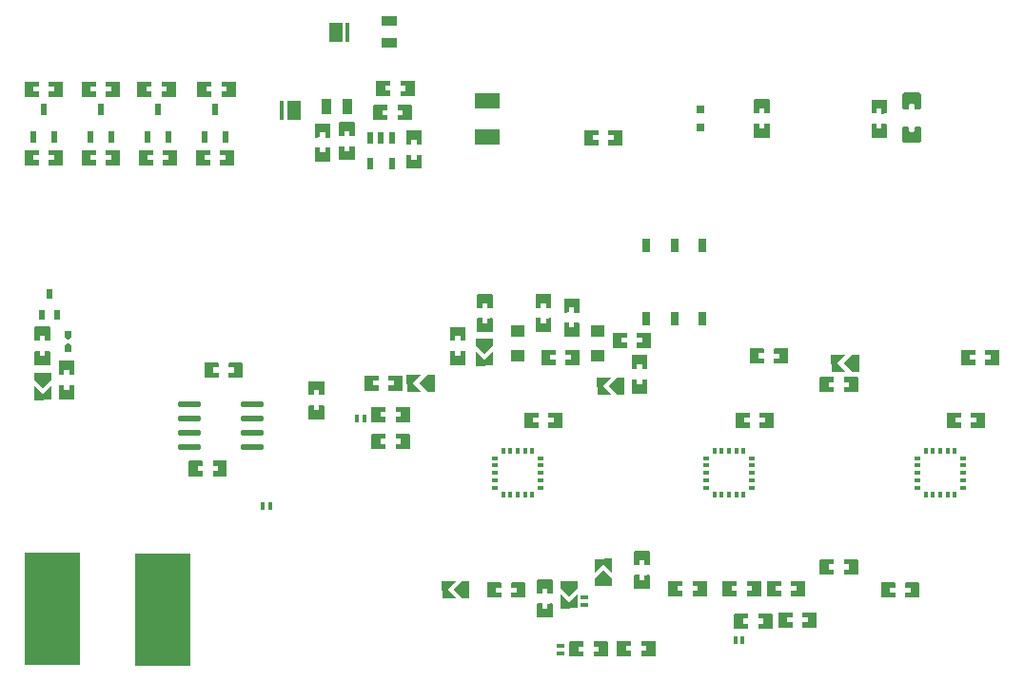
<source format=gtp>
G04 Layer: TopPasteMaskLayer*
G04 EasyEDA Pro v2.2.28.1, 2024-09-17 23:40:12*
G04 Gerber Generator version 0.3*
G04 Scale: 100 percent, Rotated: No, Reflected: No*
G04 Dimensions in millimeters*
G04 Leading zeros omitted, absolute positions, 3 integers and 5 decimals*
%FSLAX35Y35*%
%MOMM*%
%AMPolygonMacro1*4,1,5,0.63967,0.762,-0.63967,0.762,-0.63033,-0.762,0.63967,-0.762,-0.12233,0.0,0.63967,0.762,0*%
%AMPolygonMacro2*4,1,5,0.0635,0.762,0.6985,0.762,0.6985,-0.762,0.0635,-0.762,-0.6985,0.0,0.0635,0.762,0*%
%AMPolygonMacro3*4,1,5,-0.762,0.63967,-0.762,-0.63967,0.762,-0.63033,0.762,0.63967,0.0,-0.12233,-0.762,0.63967,0*%
%AMPolygonMacro4*4,1,5,-0.762,0.0635,-0.762,0.6985,0.762,0.6985,0.762,0.0635,0.0,-0.6985,-0.762,0.0635,0*%
%AMPolygonMacro5*4,1,5,0.762,-0.63967,0.762,0.63967,-0.762,0.63033,-0.762,-0.63967,0.0,0.12233,0.762,-0.63967,0*%
%AMPolygonMacro6*4,1,5,0.762,-0.0635,0.762,-0.6985,-0.762,-0.6985,-0.762,-0.0635,0.0,0.6985,0.762,-0.0635,0*%
%ADD10R,0.4X0.55001*%
%ADD11R,0.55001X0.4*%
%ADD12R,1.25001X1.0*%
%ADD13R,0.7X1.2*%
%ADD14O,2.045X0.58801*%
%ADD15R,0.8067X0.8*%
%ADD16R,0.8X0.8*%
%ADD17R,2.3X1.4*%
%ADD18R,0.4X0.7*%
%ADD19R,0.4X0.7*%
%ADD20R,0.7X0.4*%
%ADD21R,0.5X0.93599*%
%ADD22R,0.7X0.4*%
%ADD23R,5.0X10.0*%
%ADD24R,0.6X1.07*%
%ADD25R,1.1938X1.8034*%
%ADD26R,0.3302X1.651*%
%ADD27R,1.36X0.91*%
%ADD28R,1.1938X1.8034*%
%ADD29R,0.3302X1.651*%
%ADD30R,0.91X1.36*%
%ADD31R,0.52451X1.06982*%
%ADD32PolygonMacro1*%
%ADD33PolygonMacro2*%
%ADD34PolygonMacro3*%
%ADD35PolygonMacro4*%
%ADD36PolygonMacro5*%
%ADD37PolygonMacro6*%
G75*


G04 PolygonModel Start*
G36*
G01X4950899Y3305302D02*
G01X5078898Y3305302D01*
G01X5083899Y3300301D01*
G01X5083899Y3185300D01*
G01X5078898Y3180301D01*
G01X5037894Y3179798D01*
G01X5037894Y3224799D01*
G01X4992896Y3224799D01*
G01X4992896Y3180799D01*
G01X4950899Y3180301D01*
G01X4945898Y3185300D01*
G01X4945898Y3300301D01*
G01X4950899Y3305302D01*
G37*
G36*
G01X4950899Y3090301D02*
G01X4992896Y3090299D01*
G01X4992896Y3045800D01*
G01X5037894Y3045800D01*
G01X5037894Y3089798D01*
G01X5078898Y3090301D01*
G01X5083899Y3085300D01*
G01X5083899Y2970301D01*
G01X5078898Y2965300D01*
G01X4950899Y2965300D01*
G01X4945898Y2970301D01*
G01X4945898Y3085300D01*
G01X4950899Y3090301D01*
G37*
G36*
G01X4826500Y3004998D02*
G01X4698502Y3004998D01*
G01X4693501Y3009999D01*
G01X4693501Y3125000D01*
G01X4698502Y3129999D01*
G01X4739505Y3130502D01*
G01X4739505Y3085501D01*
G01X4784504Y3085501D01*
G01X4784504Y3129501D01*
G01X4826500Y3129999D01*
G01X4831502Y3125000D01*
G01X4831502Y3009999D01*
G01X4826500Y3004998D01*
G37*
G36*
G01X4826500Y3219999D02*
G01X4784504Y3220001D01*
G01X4784504Y3264499D01*
G01X4739505Y3264499D01*
G01X4739505Y3220502D01*
G01X4698502Y3219999D01*
G01X4693501Y3225000D01*
G01X4693501Y3339998D01*
G01X4698502Y3345000D01*
G01X4826500Y3345000D01*
G01X4831502Y3339998D01*
G01X4831502Y3225000D01*
G01X4826500Y3219999D01*
G37*
G36*
G01X8110101Y4988759D02*
G01X8076641Y4988759D01*
G01X8066641Y4998759D01*
G01X8066641Y5029250D01*
G01X8056641Y5039250D01*
G01X8021559Y5039250D01*
G01X8011559Y5029250D01*
G01X8011559Y4998759D01*
G01X8001559Y4988759D01*
G01X7968099Y4988759D01*
G01X7958099Y4998759D01*
G01X7958099Y5127258D01*
G01X7968099Y5137258D01*
G01X8110101Y5137258D01*
G01X8120101Y5127258D01*
G01X8120101Y4998759D01*
G01X8110101Y4988759D01*
G37*
G36*
G01X8110101Y4838757D02*
G01X8076641Y4838757D01*
G01X8066641Y4828757D01*
G01X8066641Y4798267D01*
G01X8056641Y4788267D01*
G01X8021559Y4788267D01*
G01X8011559Y4798267D01*
G01X8011559Y4828757D01*
G01X8001559Y4838757D01*
G01X7968099Y4838757D01*
G01X7958099Y4828757D01*
G01X7958099Y4700259D01*
G01X7968099Y4690259D01*
G01X8110101Y4690259D01*
G01X8120101Y4700259D01*
G01X8120101Y4828757D01*
G01X8110101Y4838757D01*
G37*
G36*
G01X3936500Y3052902D02*
G01X4064498Y3052902D01*
G01X4069499Y3047901D01*
G01X4069499Y2932900D01*
G01X4064498Y2927901D01*
G01X4023495Y2927398D01*
G01X4023495Y2972399D01*
G01X3978496Y2972399D01*
G01X3978496Y2928399D01*
G01X3936500Y2927901D01*
G01X3931498Y2932900D01*
G01X3931498Y3047901D01*
G01X3936500Y3052902D01*
G37*
G36*
G01X3936500Y2837901D02*
G01X3978496Y2837899D01*
G01X3978496Y2793401D01*
G01X4023495Y2793401D01*
G01X4023495Y2837398D01*
G01X4064498Y2837901D01*
G01X4069499Y2832900D01*
G01X4069499Y2717902D01*
G01X4064498Y2712900D01*
G01X3936500Y2712900D01*
G01X3931498Y2717902D01*
G01X3931498Y2832900D01*
G01X3936500Y2837901D01*
G37*
G36*
G01X3233598Y2209300D02*
G01X3233598Y2337298D01*
G01X3238599Y2342299D01*
G01X3353600Y2342299D01*
G01X3358599Y2337298D01*
G01X3359102Y2296295D01*
G01X3314101Y2296295D01*
G01X3314101Y2251296D01*
G01X3358101Y2251296D01*
G01X3358599Y2209300D01*
G01X3353600Y2204298D01*
G01X3238599Y2204298D01*
G01X3233598Y2209300D01*
G37*
G36*
G01X3448599Y2209300D02*
G01X3448601Y2251296D01*
G01X3493099Y2251296D01*
G01X3493099Y2296295D01*
G01X3449102Y2296295D01*
G01X3448599Y2337298D01*
G01X3453600Y2342299D01*
G01X3568598Y2342299D01*
G01X3573600Y2337298D01*
G01X3573600Y2209300D01*
G01X3568598Y2204298D01*
G01X3453600Y2204298D01*
G01X3448599Y2209300D01*
G37*
G36*
G01X3233598Y1968000D02*
G01X3233598Y2095998D01*
G01X3238599Y2100999D01*
G01X3353600Y2100999D01*
G01X3358599Y2095998D01*
G01X3359102Y2054995D01*
G01X3314101Y2054995D01*
G01X3314101Y2009996D01*
G01X3358101Y2009996D01*
G01X3358599Y1968000D01*
G01X3353600Y1962998D01*
G01X3238599Y1962998D01*
G01X3233598Y1968000D01*
G37*
G36*
G01X3448599Y1968000D02*
G01X3448601Y2009996D01*
G01X3493099Y2009996D01*
G01X3493099Y2054995D01*
G01X3449102Y2054995D01*
G01X3448599Y2095998D01*
G01X3453600Y2100999D01*
G01X3568598Y2100999D01*
G01X3573600Y2095998D01*
G01X3573600Y1968000D01*
G01X3568598Y1962998D01*
G01X3453600Y1962998D01*
G01X3448599Y1968000D01*
G37*
G36*
G01X4839200Y464998D02*
G01X4711202Y464998D01*
G01X4706201Y469999D01*
G01X4706201Y585000D01*
G01X4711202Y589999D01*
G01X4752205Y590502D01*
G01X4752205Y545501D01*
G01X4797204Y545501D01*
G01X4797204Y589501D01*
G01X4839200Y589999D01*
G01X4844202Y585000D01*
G01X4844202Y469999D01*
G01X4839200Y464998D01*
G37*
G36*
G01X4839200Y679999D02*
G01X4797204Y680001D01*
G01X4797204Y724499D01*
G01X4752205Y724499D01*
G01X4752205Y680502D01*
G01X4711202Y679999D01*
G01X4706201Y685000D01*
G01X4706201Y799998D01*
G01X4711202Y805000D01*
G01X4839200Y805000D01*
G01X4844202Y799998D01*
G01X4844202Y685000D01*
G01X4839200Y679999D01*
G37*
G36*
G01X5379898Y2869700D02*
G01X5379898Y2997698D01*
G01X5384899Y3002699D01*
G01X5499900Y3002699D01*
G01X5504899Y2997698D01*
G01X5505402Y2956695D01*
G01X5460401Y2956695D01*
G01X5460401Y2911696D01*
G01X5504401Y2911696D01*
G01X5504899Y2869700D01*
G01X5499900Y2864698D01*
G01X5384899Y2864698D01*
G01X5379898Y2869700D01*
G37*
G36*
G01X5594899Y2869700D02*
G01X5594901Y2911696D01*
G01X5639399Y2911696D01*
G01X5639399Y2956695D01*
G01X5595402Y2956695D01*
G01X5594899Y2997698D01*
G01X5599900Y3002699D01*
G01X5714898Y3002699D01*
G01X5719900Y2997698D01*
G01X5719900Y2869700D01*
G01X5714898Y2864698D01*
G01X5599900Y2864698D01*
G01X5594899Y2869700D01*
G37*
G36*
G01X4602302Y775200D02*
G01X4602302Y647202D01*
G01X4597301Y642201D01*
G01X4482300Y642201D01*
G01X4477301Y647202D01*
G01X4476798Y688205D01*
G01X4521799Y688205D01*
G01X4521799Y733204D01*
G01X4477799Y733204D01*
G01X4477301Y775200D01*
G01X4482300Y780202D01*
G01X4597301Y780202D01*
G01X4602302Y775200D01*
G37*
G36*
G01X4387301Y775200D02*
G01X4387299Y733204D01*
G01X4342801Y733204D01*
G01X4342801Y688205D01*
G01X4386798Y688205D01*
G01X4387301Y647202D01*
G01X4382300Y642201D01*
G01X4267302Y642201D01*
G01X4262300Y647202D01*
G01X4262300Y775200D01*
G01X4267302Y780202D01*
G01X4382300Y780202D01*
G01X4387301Y775200D01*
G37*
G36*
G01X2679200Y2570302D02*
G01X2807198Y2570302D01*
G01X2812199Y2565301D01*
G01X2812199Y2450300D01*
G01X2807198Y2445301D01*
G01X2766195Y2444798D01*
G01X2766195Y2489799D01*
G01X2721196Y2489799D01*
G01X2721196Y2445799D01*
G01X2679200Y2445301D01*
G01X2674198Y2450300D01*
G01X2674198Y2565301D01*
G01X2679200Y2570302D01*
G37*
G36*
G01X2679200Y2355301D02*
G01X2721196Y2355299D01*
G01X2721196Y2310801D01*
G01X2766195Y2310801D01*
G01X2766195Y2354798D01*
G01X2807198Y2355301D01*
G01X2812199Y2350300D01*
G01X2812199Y2235302D01*
G01X2807198Y2230300D01*
G01X2679200Y2230300D01*
G01X2674198Y2235302D01*
G01X2674198Y2350300D01*
G01X2679200Y2355301D01*
G37*
G36*
G01X1747698Y2603000D02*
G01X1747698Y2730998D01*
G01X1752699Y2735999D01*
G01X1867700Y2735999D01*
G01X1872699Y2730998D01*
G01X1873202Y2689995D01*
G01X1828201Y2689995D01*
G01X1828201Y2644996D01*
G01X1872201Y2644996D01*
G01X1872699Y2603000D01*
G01X1867700Y2597998D01*
G01X1752699Y2597998D01*
G01X1747698Y2603000D01*
G37*
G36*
G01X1962699Y2603000D02*
G01X1962701Y2644996D01*
G01X2007199Y2644996D01*
G01X2007199Y2689995D01*
G01X1963202Y2689995D01*
G01X1962699Y2730998D01*
G01X1967700Y2735999D01*
G01X2082698Y2735999D01*
G01X2087700Y2730998D01*
G01X2087700Y2603000D01*
G01X2082698Y2597998D01*
G01X1967700Y2597998D01*
G01X1962699Y2603000D01*
G37*
G36*
G01X6357798Y659900D02*
G01X6357798Y787898D01*
G01X6362799Y792899D01*
G01X6477800Y792899D01*
G01X6482799Y787898D01*
G01X6483302Y746895D01*
G01X6438301Y746895D01*
G01X6438301Y701896D01*
G01X6482301Y701896D01*
G01X6482799Y659900D01*
G01X6477800Y654898D01*
G01X6362799Y654898D01*
G01X6357798Y659900D01*
G37*
G36*
G01X6572799Y659900D02*
G01X6572801Y701896D01*
G01X6617299Y701896D01*
G01X6617299Y746895D01*
G01X6573302Y746895D01*
G01X6572799Y787898D01*
G01X6577800Y792899D01*
G01X6692798Y792899D01*
G01X6697800Y787898D01*
G01X6697800Y659900D01*
G01X6692798Y654898D01*
G01X6577800Y654898D01*
G01X6572799Y659900D01*
G37*
G36*
G01X7091502Y787900D02*
G01X7091502Y659902D01*
G01X7086501Y654901D01*
G01X6971500Y654901D01*
G01X6966501Y659902D01*
G01X6965998Y700905D01*
G01X7010999Y700905D01*
G01X7010999Y745904D01*
G01X6966999Y745904D01*
G01X6966501Y787900D01*
G01X6971500Y792902D01*
G01X7086501Y792902D01*
G01X7091502Y787900D01*
G37*
G36*
G01X6876501Y787900D02*
G01X6876499Y745904D01*
G01X6832001Y745904D01*
G01X6832001Y700905D01*
G01X6875998Y700905D01*
G01X6876501Y659902D01*
G01X6871500Y654901D01*
G01X6756502Y654901D01*
G01X6751500Y659902D01*
G01X6751500Y787900D01*
G01X6756502Y792902D01*
G01X6871500Y792902D01*
G01X6876501Y787900D01*
G37*
G36*
G01X7193102Y508500D02*
G01X7193102Y380502D01*
G01X7188101Y375501D01*
G01X7073100Y375501D01*
G01X7068101Y380502D01*
G01X7067598Y421505D01*
G01X7112599Y421505D01*
G01X7112599Y466504D01*
G01X7068599Y466504D01*
G01X7068101Y508500D01*
G01X7073100Y513502D01*
G01X7188101Y513502D01*
G01X7193102Y508500D01*
G37*
G36*
G01X6978101Y508500D02*
G01X6978099Y466504D01*
G01X6933601Y466504D01*
G01X6933601Y421505D01*
G01X6977598Y421505D01*
G01X6978101Y380502D01*
G01X6973100Y375501D01*
G01X6858102Y375501D01*
G01X6853100Y380502D01*
G01X6853100Y508500D01*
G01X6858102Y513502D01*
G01X6973100Y513502D01*
G01X6978101Y508500D01*
G37*
G36*
G01X5758002Y254500D02*
G01X5758002Y126502D01*
G01X5753001Y121501D01*
G01X5638000Y121501D01*
G01X5633001Y126502D01*
G01X5632498Y167505D01*
G01X5677499Y167505D01*
G01X5677499Y212504D01*
G01X5633499Y212504D01*
G01X5633001Y254500D01*
G01X5638000Y259502D01*
G01X5753001Y259502D01*
G01X5758002Y254500D01*
G37*
G36*
G01X5543001Y254500D02*
G01X5542999Y212504D01*
G01X5498501Y212504D01*
G01X5498501Y167505D01*
G01X5542498Y167505D01*
G01X5543001Y126502D01*
G01X5538000Y121501D01*
G01X5423002Y121501D01*
G01X5418000Y126502D01*
G01X5418000Y254500D01*
G01X5423002Y259502D01*
G01X5538000Y259502D01*
G01X5543001Y254500D01*
G37*
G36*
G01X3170098Y2488700D02*
G01X3170098Y2616698D01*
G01X3175099Y2621699D01*
G01X3290100Y2621699D01*
G01X3295099Y2616698D01*
G01X3295602Y2575695D01*
G01X3250601Y2575695D01*
G01X3250601Y2530696D01*
G01X3294601Y2530696D01*
G01X3295099Y2488700D01*
G01X3290100Y2483698D01*
G01X3175099Y2483698D01*
G01X3170098Y2488700D01*
G37*
G36*
G01X3385099Y2488700D02*
G01X3385101Y2530696D01*
G01X3429599Y2530696D01*
G01X3429599Y2575695D01*
G01X3385602Y2575695D01*
G01X3385099Y2616698D01*
G01X3390100Y2621699D01*
G01X3505098Y2621699D01*
G01X3510100Y2616698D01*
G01X3510100Y2488700D01*
G01X3505098Y2483698D01*
G01X3390100Y2483698D01*
G01X3385099Y2488700D01*
G37*
G36*
G01X5574800Y1059002D02*
G01X5702798Y1059002D01*
G01X5707799Y1054001D01*
G01X5707799Y939000D01*
G01X5702798Y934001D01*
G01X5661795Y933498D01*
G01X5661795Y978499D01*
G01X5616796Y978499D01*
G01X5616796Y934499D01*
G01X5574800Y934001D01*
G01X5569798Y939000D01*
G01X5569798Y1054001D01*
G01X5574800Y1059002D01*
G37*
G36*
G01X5574800Y844001D02*
G01X5616796Y843999D01*
G01X5616796Y799501D01*
G01X5661795Y799501D01*
G01X5661795Y843498D01*
G01X5702798Y844001D01*
G01X5707799Y839000D01*
G01X5707799Y724002D01*
G01X5702798Y719000D01*
G01X5574800Y719000D01*
G01X5569798Y724002D01*
G01X5569798Y839000D01*
G01X5574800Y844001D01*
G37*
G36*
G01X6215202Y787900D02*
G01X6215202Y659902D01*
G01X6210201Y654901D01*
G01X6095200Y654901D01*
G01X6090201Y659902D01*
G01X6089698Y700905D01*
G01X6134699Y700905D01*
G01X6134699Y745904D01*
G01X6090699Y745904D01*
G01X6090201Y787900D01*
G01X6095200Y792902D01*
G01X6210201Y792902D01*
G01X6215202Y787900D01*
G37*
G36*
G01X6000201Y787900D02*
G01X6000199Y745904D01*
G01X5955701Y745904D01*
G01X5955701Y700905D01*
G01X5999698Y700905D01*
G01X6000201Y659902D01*
G01X5995200Y654901D01*
G01X5880202Y654901D01*
G01X5875200Y659902D01*
G01X5875200Y787900D01*
G01X5880202Y792902D01*
G01X5995200Y792902D01*
G01X6000201Y787900D01*
G37*
G36*
G01X7221398Y850400D02*
G01X7221398Y978398D01*
G01X7226399Y983399D01*
G01X7341400Y983399D01*
G01X7346399Y978398D01*
G01X7346902Y937395D01*
G01X7301901Y937395D01*
G01X7301901Y892396D01*
G01X7345901Y892396D01*
G01X7346399Y850400D01*
G01X7341400Y845398D01*
G01X7226399Y845398D01*
G01X7221398Y850400D01*
G37*
G36*
G01X7436399Y850400D02*
G01X7436401Y892396D01*
G01X7480899Y892396D01*
G01X7480899Y937395D01*
G01X7436902Y937395D01*
G01X7436399Y978398D01*
G01X7441400Y983399D01*
G01X7556398Y983399D01*
G01X7561400Y978398D01*
G01X7561400Y850400D01*
G01X7556398Y845398D01*
G01X7441400Y845398D01*
G01X7436399Y850400D01*
G37*
G36*
G01X8107502Y775200D02*
G01X8107502Y647202D01*
G01X8102501Y642201D01*
G01X7987500Y642201D01*
G01X7982501Y647202D01*
G01X7981998Y688205D01*
G01X8026999Y688205D01*
G01X8026999Y733204D01*
G01X7982999Y733204D01*
G01X7982501Y775200D01*
G01X7987500Y780202D01*
G01X8102501Y780202D01*
G01X8107502Y775200D01*
G37*
G36*
G01X7892501Y775200D02*
G01X7892499Y733204D01*
G01X7848001Y733204D01*
G01X7848001Y688205D01*
G01X7891998Y688205D01*
G01X7892501Y647202D01*
G01X7887500Y642201D01*
G01X7772502Y642201D01*
G01X7767500Y647202D01*
G01X7767500Y775200D01*
G01X7772502Y780202D01*
G01X7887500Y780202D01*
G01X7892501Y775200D01*
G37*
G36*
G01X7684600Y5075559D02*
G01X7812598Y5075559D01*
G01X7817599Y5070558D01*
G01X7817599Y4955557D01*
G01X7812598Y4950558D01*
G01X7771595Y4950055D01*
G01X7771595Y4995056D01*
G01X7726596Y4995056D01*
G01X7726596Y4951056D01*
G01X7684600Y4950558D01*
G01X7679599Y4955557D01*
G01X7679599Y5070558D01*
G01X7684600Y5075559D01*
G37*
G36*
G01X7684600Y4860558D02*
G01X7726596Y4860555D01*
G01X7726596Y4816057D01*
G01X7771595Y4816057D01*
G01X7771595Y4860055D01*
G01X7812598Y4860558D01*
G01X7817599Y4855557D01*
G01X7817599Y4740558D01*
G01X7812598Y4735557D01*
G01X7684600Y4735557D01*
G01X7679599Y4740558D01*
G01X7679599Y4855557D01*
G01X7684600Y4860558D01*
G37*
G36*
G01X6641600Y5077159D02*
G01X6769598Y5077159D01*
G01X6774599Y5072158D01*
G01X6774599Y4957157D01*
G01X6769598Y4952158D01*
G01X6728595Y4951655D01*
G01X6728595Y4996656D01*
G01X6683596Y4996656D01*
G01X6683596Y4952656D01*
G01X6641600Y4952158D01*
G01X6636598Y4957157D01*
G01X6636598Y5072158D01*
G01X6641600Y5077159D01*
G37*
G36*
G01X6641600Y4862158D02*
G01X6683596Y4862156D01*
G01X6683596Y4817657D01*
G01X6728595Y4817657D01*
G01X6728595Y4861655D01*
G01X6769598Y4862158D01*
G01X6774599Y4857157D01*
G01X6774599Y4742158D01*
G01X6769598Y4737157D01*
G01X6641600Y4737157D01*
G01X6636598Y4742158D01*
G01X6636598Y4857157D01*
G01X6641600Y4862158D01*
G37*
G36*
G01X5125898Y4673100D02*
G01X5125898Y4801098D01*
G01X5130899Y4806099D01*
G01X5245900Y4806099D01*
G01X5250899Y4801098D01*
G01X5251402Y4760095D01*
G01X5206401Y4760095D01*
G01X5206401Y4715096D01*
G01X5250401Y4715096D01*
G01X5250899Y4673100D01*
G01X5245900Y4668098D01*
G01X5130899Y4668098D01*
G01X5125898Y4673100D01*
G37*
G36*
G01X5340899Y4673100D02*
G01X5340901Y4715096D01*
G01X5385399Y4715096D01*
G01X5385399Y4760095D01*
G01X5341402Y4760095D01*
G01X5340899Y4801098D01*
G01X5345900Y4806099D01*
G01X5460898Y4806099D01*
G01X5465900Y4801098D01*
G01X5465900Y4673100D01*
G01X5460898Y4668098D01*
G01X5345900Y4668098D01*
G01X5340899Y4673100D01*
G37*
G36*
G01X8351203Y2158500D02*
G01X8351203Y2286498D01*
G01X8356204Y2291499D01*
G01X8471205Y2291499D01*
G01X8476204Y2286498D01*
G01X8476706Y2245495D01*
G01X8431705Y2245495D01*
G01X8431705Y2200496D01*
G01X8475706Y2200496D01*
G01X8476204Y2158500D01*
G01X8471205Y2153498D01*
G01X8356204Y2153498D01*
G01X8351203Y2158500D01*
G37*
G36*
G01X8692198Y2286500D02*
G01X8692198Y2158502D01*
G01X8687196Y2153501D01*
G01X8572195Y2153501D01*
G01X8567196Y2158502D01*
G01X8566694Y2199505D01*
G01X8611695Y2199505D01*
G01X8611695Y2244504D01*
G01X8567694Y2244504D01*
G01X8567196Y2286500D01*
G01X8572195Y2291502D01*
G01X8687196Y2291502D01*
G01X8692198Y2286500D01*
G37*
G36*
G01X6598603Y2730000D02*
G01X6598603Y2857998D01*
G01X6603604Y2862999D01*
G01X6718605Y2862999D01*
G01X6723604Y2857998D01*
G01X6724106Y2816995D01*
G01X6679105Y2816995D01*
G01X6679105Y2771996D01*
G01X6723106Y2771996D01*
G01X6723604Y2730000D01*
G01X6718605Y2724998D01*
G01X6603604Y2724998D01*
G01X6598603Y2730000D01*
G37*
G36*
G01X6939598Y2858000D02*
G01X6939598Y2730002D01*
G01X6934596Y2725001D01*
G01X6819595Y2725001D01*
G01X6814596Y2730002D01*
G01X6814094Y2771005D01*
G01X6859095Y2771005D01*
G01X6859095Y2816004D01*
G01X6815094Y2816004D01*
G01X6814596Y2858000D01*
G01X6819595Y2863002D01*
G01X6934596Y2863002D01*
G01X6939598Y2858000D01*
G37*
G36*
G01X6471603Y2158500D02*
G01X6471603Y2286498D01*
G01X6476604Y2291499D01*
G01X6591605Y2291499D01*
G01X6596604Y2286498D01*
G01X6597106Y2245495D01*
G01X6552105Y2245495D01*
G01X6552105Y2200496D01*
G01X6596106Y2200496D01*
G01X6596604Y2158500D01*
G01X6591605Y2153498D01*
G01X6476604Y2153498D01*
G01X6471603Y2158500D01*
G37*
G36*
G01X6812598Y2286500D02*
G01X6812598Y2158502D01*
G01X6807596Y2153501D01*
G01X6692595Y2153501D01*
G01X6687596Y2158502D01*
G01X6687094Y2199505D01*
G01X6732095Y2199505D01*
G01X6732095Y2244504D01*
G01X6688094Y2244504D01*
G01X6687596Y2286500D01*
G01X6692595Y2291502D01*
G01X6807596Y2291502D01*
G01X6812598Y2286500D01*
G37*
G36*
G01X4744403Y2717300D02*
G01X4744403Y2845298D01*
G01X4749404Y2850299D01*
G01X4864405Y2850299D01*
G01X4869404Y2845298D01*
G01X4869906Y2804295D01*
G01X4824905Y2804295D01*
G01X4824905Y2759296D01*
G01X4868906Y2759296D01*
G01X4869404Y2717300D01*
G01X4864405Y2712298D01*
G01X4749404Y2712298D01*
G01X4744403Y2717300D01*
G37*
G36*
G01X5085398Y2845300D02*
G01X5085398Y2717302D01*
G01X5080396Y2712301D01*
G01X4965395Y2712301D01*
G01X4960396Y2717302D01*
G01X4959894Y2758305D01*
G01X5004895Y2758305D01*
G01X5004895Y2803304D01*
G01X4960894Y2803304D01*
G01X4960396Y2845300D01*
G01X4965395Y2850302D01*
G01X5080396Y2850302D01*
G01X5085398Y2845300D01*
G37*
G36*
G01X1946897Y1856301D02*
G01X1946897Y1728302D01*
G01X1941896Y1723301D01*
G01X1826895Y1723301D01*
G01X1821896Y1728302D01*
G01X1821393Y1769306D01*
G01X1866395Y1769306D01*
G01X1866395Y1814304D01*
G01X1822394Y1814304D01*
G01X1821896Y1856301D01*
G01X1826895Y1861302D01*
G01X1941896Y1861302D01*
G01X1946897Y1856301D01*
G37*
G36*
G01X1605902Y1728300D02*
G01X1605902Y1856298D01*
G01X1610904Y1861299D01*
G01X1725905Y1861299D01*
G01X1730903Y1856298D01*
G01X1731406Y1815295D01*
G01X1686405Y1815295D01*
G01X1686405Y1770296D01*
G01X1730405Y1770296D01*
G01X1730903Y1728300D01*
G01X1725905Y1723299D01*
G01X1610904Y1723299D01*
G01X1605902Y1728300D01*
G37*
G36*
G01X4592003Y2158500D02*
G01X4592003Y2286498D01*
G01X4597004Y2291499D01*
G01X4712005Y2291499D01*
G01X4717004Y2286498D01*
G01X4717506Y2245495D01*
G01X4672505Y2245495D01*
G01X4672505Y2200496D01*
G01X4716506Y2200496D01*
G01X4717004Y2158500D01*
G01X4712005Y2153498D01*
G01X4597004Y2153498D01*
G01X4592003Y2158500D01*
G37*
G36*
G01X4932998Y2286500D02*
G01X4932998Y2158502D01*
G01X4927996Y2153501D01*
G01X4812995Y2153501D01*
G01X4807996Y2158502D01*
G01X4807494Y2199505D01*
G01X4852495Y2199505D01*
G01X4852495Y2244504D01*
G01X4808494Y2244504D01*
G01X4807996Y2286500D01*
G01X4812995Y2291502D01*
G01X4927996Y2291502D01*
G01X4932998Y2286500D01*
G37*
G36*
G01X8478203Y2717300D02*
G01X8478203Y2845298D01*
G01X8483204Y2850299D01*
G01X8598205Y2850299D01*
G01X8603204Y2845298D01*
G01X8603706Y2804295D01*
G01X8558705Y2804295D01*
G01X8558705Y2759296D01*
G01X8602706Y2759296D01*
G01X8603204Y2717300D01*
G01X8598205Y2712298D01*
G01X8483204Y2712298D01*
G01X8478203Y2717300D01*
G37*
G36*
G01X8819198Y2845300D02*
G01X8819198Y2717302D01*
G01X8814196Y2712301D01*
G01X8699195Y2712301D01*
G01X8694196Y2717302D01*
G01X8693694Y2758305D01*
G01X8738695Y2758305D01*
G01X8738695Y2803304D01*
G01X8694694Y2803304D01*
G01X8694196Y2845300D01*
G01X8699195Y2850302D01*
G01X8814196Y2850302D01*
G01X8819198Y2845300D01*
G37*
G36*
G01X5681616Y2459600D02*
G01X5553618Y2459600D01*
G01X5548617Y2464601D01*
G01X5548617Y2579602D01*
G01X5553618Y2584601D01*
G01X5594621Y2585104D01*
G01X5594621Y2540103D01*
G01X5639620Y2540103D01*
G01X5639620Y2584103D01*
G01X5681616Y2584601D01*
G01X5686618Y2579602D01*
G01X5686618Y2464601D01*
G01X5681616Y2459600D01*
G37*
G36*
G01X5681616Y2674601D02*
G01X5639620Y2674603D01*
G01X5639620Y2719102D01*
G01X5594621Y2719102D01*
G01X5594621Y2675104D01*
G01X5553618Y2674601D01*
G01X5548617Y2679602D01*
G01X5548617Y2794601D01*
G01X5553618Y2799602D01*
G01X5681616Y2799602D01*
G01X5686618Y2794601D01*
G01X5686618Y2679602D01*
G01X5681616Y2674601D01*
G37*
G36*
G01X7561402Y2604000D02*
G01X7561402Y2476002D01*
G01X7556401Y2471001D01*
G01X7441400Y2471001D01*
G01X7436401Y2476002D01*
G01X7435898Y2517005D01*
G01X7480899Y2517005D01*
G01X7480899Y2562004D01*
G01X7436899Y2562004D01*
G01X7436401Y2604000D01*
G01X7441400Y2609002D01*
G01X7556401Y2609002D01*
G01X7561402Y2604000D01*
G37*
G36*
G01X7346401Y2604000D02*
G01X7346399Y2562004D01*
G01X7301901Y2562004D01*
G01X7301901Y2517005D01*
G01X7345898Y2517005D01*
G01X7346401Y2476002D01*
G01X7341400Y2471001D01*
G01X7226402Y2471001D01*
G01X7221400Y2476002D01*
G01X7221400Y2604000D01*
G01X7226402Y2609002D01*
G01X7341400Y2609002D01*
G01X7346401Y2604000D01*
G37*
G36*
G01X585012Y2409129D02*
G01X457014Y2409129D01*
G01X452013Y2414130D01*
G01X452013Y2529131D01*
G01X457014Y2534130D01*
G01X498017Y2534633D01*
G01X498017Y2489632D01*
G01X543016Y2489632D01*
G01X543016Y2533632D01*
G01X585012Y2534130D01*
G01X590014Y2529131D01*
G01X590014Y2414130D01*
G01X585012Y2409129D01*
G37*
G36*
G01X585012Y2624130D02*
G01X543016Y2624132D01*
G01X543016Y2668630D01*
G01X498017Y2668630D01*
G01X498017Y2624633D01*
G01X457014Y2624130D01*
G01X452013Y2629131D01*
G01X452013Y2744129D01*
G01X457014Y2749131D01*
G01X585012Y2749131D01*
G01X590014Y2744129D01*
G01X590014Y2629131D01*
G01X585012Y2624130D01*
G37*
G36*
G01X542353Y2935531D02*
G01X525071Y2935531D01*
G01X506712Y2962394D01*
G01X506712Y3012041D01*
G01X510712Y3016041D01*
G01X556712Y3016041D01*
G01X560712Y3012041D01*
G01X560712Y2962394D01*
G01X542353Y2935531D01*
G37*
G36*
G01X542353Y2908531D02*
G01X525071Y2908531D01*
G01X506712Y2881668D01*
G01X506712Y2832021D01*
G01X510712Y2828021D01*
G01X556712Y2828021D01*
G01X560712Y2832021D01*
G01X560712Y2881668D01*
G01X542353Y2908531D01*
G37*
G36*
G01X241112Y3054428D02*
G01X369110Y3054428D01*
G01X374111Y3049427D01*
G01X374111Y2934426D01*
G01X369110Y2929427D01*
G01X328107Y2928925D01*
G01X328107Y2973926D01*
G01X283108Y2973926D01*
G01X283108Y2929925D01*
G01X241112Y2929427D01*
G01X236110Y2934426D01*
G01X236110Y3049427D01*
G01X241112Y3054428D01*
G37*
G36*
G01X369112Y2713433D02*
G01X241114Y2713433D01*
G01X236113Y2718435D01*
G01X236113Y2833436D01*
G01X241114Y2838435D01*
G01X282117Y2838937D01*
G01X282117Y2793936D01*
G01X327116Y2793936D01*
G01X327116Y2837937D01*
G01X369112Y2838435D01*
G01X374114Y2833436D01*
G01X374114Y2718435D01*
G01X369112Y2713433D01*
G37*
G36*
G01X4177800Y3345002D02*
G01X4305798Y3345002D01*
G01X4310799Y3340001D01*
G01X4310799Y3225000D01*
G01X4305798Y3220001D01*
G01X4264795Y3219498D01*
G01X4264795Y3264499D01*
G01X4219796Y3264499D01*
G01X4219796Y3220499D01*
G01X4177800Y3220001D01*
G01X4172798Y3225000D01*
G01X4172798Y3340001D01*
G01X4177800Y3345002D01*
G37*
G36*
G01X4177800Y3130001D02*
G01X4219796Y3129999D01*
G01X4219796Y3085501D01*
G01X4264795Y3085501D01*
G01X4264795Y3129498D01*
G01X4305798Y3130001D01*
G01X4310799Y3125000D01*
G01X4310799Y3010002D01*
G01X4305798Y3005000D01*
G01X4177800Y3005000D01*
G01X4172798Y3010002D01*
G01X4172798Y3125000D01*
G01X4177800Y3130001D01*
G37*
G36*
G01X6459398Y367800D02*
G01X6459398Y495798D01*
G01X6464399Y500799D01*
G01X6579400Y500799D01*
G01X6584399Y495798D01*
G01X6584902Y454795D01*
G01X6539901Y454795D01*
G01X6539901Y409796D01*
G01X6583901Y409796D01*
G01X6584399Y367800D01*
G01X6579400Y362798D01*
G01X6464399Y362798D01*
G01X6459398Y367800D01*
G37*
G36*
G01X6674399Y367800D02*
G01X6674401Y409796D01*
G01X6718899Y409796D01*
G01X6718899Y454795D01*
G01X6674902Y454795D01*
G01X6674399Y495798D01*
G01X6679400Y500799D01*
G01X6794398Y500799D01*
G01X6799400Y495798D01*
G01X6799400Y367800D01*
G01X6794398Y362798D01*
G01X6679400Y362798D01*
G01X6674399Y367800D01*
G37*
G36*
G01X4995009Y121010D02*
G01X4995009Y249008D01*
G01X5000010Y254010D01*
G01X5115011Y254010D01*
G01X5120010Y249008D01*
G01X5120512Y208005D01*
G01X5075511Y208005D01*
G01X5075511Y163007D01*
G01X5119512Y163007D01*
G01X5120010Y121010D01*
G01X5115011Y116009D01*
G01X5000010Y116009D01*
G01X4995009Y121010D01*
G37*
G36*
G01X5210009Y121010D02*
G01X5210012Y163007D01*
G01X5254510Y163007D01*
G01X5254510Y208005D01*
G01X5210512Y208005D01*
G01X5210009Y249008D01*
G01X5215011Y254010D01*
G01X5330009Y254010D01*
G01X5335010Y249008D01*
G01X5335010Y121010D01*
G01X5330009Y116009D01*
G01X5215011Y116009D01*
G01X5210009Y121010D01*
G37*
G36*
G01X147498Y4495300D02*
G01X147498Y4623298D01*
G01X152499Y4628299D01*
G01X267500Y4628299D01*
G01X272499Y4623298D01*
G01X273002Y4582295D01*
G01X228001Y4582295D01*
G01X228001Y4537296D01*
G01X272001Y4537296D01*
G01X272499Y4495300D01*
G01X267500Y4490298D01*
G01X152499Y4490298D01*
G01X147498Y4495300D01*
G37*
G36*
G01X362499Y4495300D02*
G01X362501Y4537296D01*
G01X406999Y4537296D01*
G01X406999Y4582295D01*
G01X363002Y4582295D01*
G01X362499Y4623298D01*
G01X367500Y4628299D01*
G01X482498Y4628299D01*
G01X487500Y4623298D01*
G01X487500Y4495300D01*
G01X482498Y4490298D01*
G01X367500Y4490298D01*
G01X362499Y4495300D01*
G37*
G36*
G01X655498Y4495300D02*
G01X655498Y4623298D01*
G01X660499Y4628299D01*
G01X775500Y4628299D01*
G01X780499Y4623298D01*
G01X781002Y4582295D01*
G01X736001Y4582295D01*
G01X736001Y4537296D01*
G01X780001Y4537296D01*
G01X780499Y4495300D01*
G01X775500Y4490298D01*
G01X660499Y4490298D01*
G01X655498Y4495300D01*
G37*
G36*
G01X870499Y4495300D02*
G01X870501Y4537296D01*
G01X914999Y4537296D01*
G01X914999Y4582295D01*
G01X871002Y4582295D01*
G01X870499Y4623298D01*
G01X875500Y4628299D01*
G01X990498Y4628299D01*
G01X995500Y4623298D01*
G01X995500Y4495300D01*
G01X990498Y4490298D01*
G01X875500Y4490298D01*
G01X870499Y4495300D01*
G37*
G36*
G01X1163498Y4495300D02*
G01X1163498Y4623298D01*
G01X1168499Y4628299D01*
G01X1283500Y4628299D01*
G01X1288499Y4623298D01*
G01X1289002Y4582295D01*
G01X1244001Y4582295D01*
G01X1244001Y4537296D01*
G01X1288001Y4537296D01*
G01X1288499Y4495300D01*
G01X1283500Y4490298D01*
G01X1168499Y4490298D01*
G01X1163498Y4495300D01*
G37*
G36*
G01X1378499Y4495300D02*
G01X1378501Y4537296D01*
G01X1422999Y4537296D01*
G01X1422999Y4582295D01*
G01X1379002Y4582295D01*
G01X1378499Y4623298D01*
G01X1383500Y4628299D01*
G01X1498498Y4628299D01*
G01X1503500Y4623298D01*
G01X1503500Y4495300D01*
G01X1498498Y4490298D01*
G01X1383500Y4490298D01*
G01X1378499Y4495300D01*
G37*
G36*
G01X1671498Y4495300D02*
G01X1671498Y4623298D01*
G01X1676499Y4628299D01*
G01X1791500Y4628299D01*
G01X1796499Y4623298D01*
G01X1797002Y4582295D01*
G01X1752001Y4582295D01*
G01X1752001Y4537296D01*
G01X1796001Y4537296D01*
G01X1796499Y4495300D01*
G01X1791500Y4490298D01*
G01X1676499Y4490298D01*
G01X1671498Y4495300D01*
G37*
G36*
G01X1886499Y4495300D02*
G01X1886501Y4537296D01*
G01X1930999Y4537296D01*
G01X1930999Y4582295D01*
G01X1887002Y4582295D01*
G01X1886499Y4623298D01*
G01X1891500Y4628299D01*
G01X2006498Y4628299D01*
G01X2011500Y4623298D01*
G01X2011500Y4495300D01*
G01X2006498Y4490298D01*
G01X1891500Y4490298D01*
G01X1886499Y4495300D01*
G37*
G36*
G01X487502Y5232900D02*
G01X487502Y5104902D01*
G01X482501Y5099901D01*
G01X367500Y5099901D01*
G01X362501Y5104902D01*
G01X361998Y5145905D01*
G01X406999Y5145905D01*
G01X406999Y5190904D01*
G01X362999Y5190904D01*
G01X362501Y5232900D01*
G01X367500Y5237902D01*
G01X482501Y5237902D01*
G01X487502Y5232900D01*
G37*
G36*
G01X272501Y5232900D02*
G01X272499Y5190904D01*
G01X228001Y5190904D01*
G01X228001Y5145905D01*
G01X271998Y5145905D01*
G01X272501Y5104902D01*
G01X267500Y5099901D01*
G01X152502Y5099901D01*
G01X147500Y5104902D01*
G01X147500Y5232900D01*
G01X152502Y5237902D01*
G01X267500Y5237902D01*
G01X272501Y5232900D01*
G37*
G36*
G01X995502Y5232900D02*
G01X995502Y5104902D01*
G01X990501Y5099901D01*
G01X875500Y5099901D01*
G01X870501Y5104902D01*
G01X869998Y5145905D01*
G01X914999Y5145905D01*
G01X914999Y5190904D01*
G01X870999Y5190904D01*
G01X870501Y5232900D01*
G01X875500Y5237902D01*
G01X990501Y5237902D01*
G01X995502Y5232900D01*
G37*
G36*
G01X780501Y5232900D02*
G01X780499Y5190904D01*
G01X736001Y5190904D01*
G01X736001Y5145905D01*
G01X779998Y5145905D01*
G01X780501Y5104902D01*
G01X775500Y5099901D01*
G01X660502Y5099901D01*
G01X655500Y5104902D01*
G01X655500Y5232900D01*
G01X660502Y5237902D01*
G01X775500Y5237902D01*
G01X780501Y5232900D01*
G37*
G36*
G01X1490802Y5232900D02*
G01X1490802Y5104902D01*
G01X1485801Y5099901D01*
G01X1370800Y5099901D01*
G01X1365801Y5104902D01*
G01X1365298Y5145905D01*
G01X1410299Y5145905D01*
G01X1410299Y5190904D01*
G01X1366299Y5190904D01*
G01X1365801Y5232900D01*
G01X1370800Y5237902D01*
G01X1485801Y5237902D01*
G01X1490802Y5232900D01*
G37*
G36*
G01X1275801Y5232900D02*
G01X1275799Y5190904D01*
G01X1231301Y5190904D01*
G01X1231301Y5145905D01*
G01X1275298Y5145905D01*
G01X1275801Y5104902D01*
G01X1270800Y5099901D01*
G01X1155802Y5099901D01*
G01X1150800Y5104902D01*
G01X1150800Y5232900D01*
G01X1155802Y5237902D01*
G01X1270800Y5237902D01*
G01X1275801Y5232900D01*
G37*
G36*
G01X2024202Y5232900D02*
G01X2024202Y5104902D01*
G01X2019201Y5099901D01*
G01X1904200Y5099901D01*
G01X1899201Y5104902D01*
G01X1898698Y5145905D01*
G01X1943699Y5145905D01*
G01X1943699Y5190904D01*
G01X1899699Y5190904D01*
G01X1899201Y5232900D01*
G01X1904200Y5237902D01*
G01X2019201Y5237902D01*
G01X2024202Y5232900D01*
G37*
G36*
G01X1809201Y5232900D02*
G01X1809199Y5190904D01*
G01X1764701Y5190904D01*
G01X1764701Y5145905D01*
G01X1808698Y5145905D01*
G01X1809201Y5104902D01*
G01X1804200Y5099901D01*
G01X1689202Y5099901D01*
G01X1684200Y5104902D01*
G01X1684200Y5232900D01*
G01X1689202Y5237902D01*
G01X1804200Y5237902D01*
G01X1809201Y5232900D01*
G37*
G36*
G01X2950189Y4876359D02*
G01X3078188Y4876359D01*
G01X3083189Y4871358D01*
G01X3083189Y4756357D01*
G01X3078188Y4751358D01*
G01X3037184Y4750855D01*
G01X3037184Y4795856D01*
G01X2992186Y4795856D01*
G01X2992186Y4751856D01*
G01X2950189Y4751358D01*
G01X2945188Y4756357D01*
G01X2945188Y4871358D01*
G01X2950189Y4876359D01*
G37*
G36*
G01X3078190Y4535364D02*
G01X2950192Y4535364D01*
G01X2945191Y4540365D01*
G01X2945191Y4655366D01*
G01X2950192Y4660365D01*
G01X2991195Y4660868D01*
G01X2991195Y4615867D01*
G01X3036194Y4615867D01*
G01X3036194Y4659867D01*
G01X3078190Y4660365D01*
G01X3083191Y4655366D01*
G01X3083191Y4540365D01*
G01X3078190Y4535364D01*
G37*
G36*
G01X3590592Y5023862D02*
G01X3590592Y4895863D01*
G01X3585591Y4890862D01*
G01X3470590Y4890862D01*
G01X3465591Y4895863D01*
G01X3465088Y4936867D01*
G01X3510089Y4936867D01*
G01X3510089Y4981865D01*
G01X3466089Y4981865D01*
G01X3465591Y5023862D01*
G01X3470590Y5028863D01*
G01X3585591Y5028863D01*
G01X3590592Y5023862D01*
G37*
G36*
G01X3375591Y5023862D02*
G01X3375589Y4981865D01*
G01X3331090Y4981865D01*
G01X3331090Y4936867D01*
G01X3375088Y4936867D01*
G01X3375591Y4895863D01*
G01X3370590Y4890862D01*
G01X3255591Y4890862D01*
G01X3250590Y4895863D01*
G01X3250590Y5023862D01*
G01X3255591Y5028863D01*
G01X3370590Y5028863D01*
G01X3375591Y5023862D01*
G37*
G36*
G01X3616487Y5239762D02*
G01X3616487Y5111763D01*
G01X3611486Y5106762D01*
G01X3496485Y5106762D01*
G01X3491486Y5111763D01*
G01X3490983Y5152767D01*
G01X3535985Y5152767D01*
G01X3535985Y5197765D01*
G01X3491984Y5197765D01*
G01X3491486Y5239762D01*
G01X3496485Y5244763D01*
G01X3611486Y5244763D01*
G01X3616487Y5239762D01*
G37*
G36*
G01X3275492Y5111761D02*
G01X3275492Y5239759D01*
G01X3280494Y5244760D01*
G01X3395495Y5244760D01*
G01X3400493Y5239759D01*
G01X3400996Y5198756D01*
G01X3355995Y5198756D01*
G01X3355995Y5153757D01*
G01X3399995Y5153757D01*
G01X3400493Y5111761D01*
G01X3395495Y5106760D01*
G01X3280494Y5106760D01*
G01X3275492Y5111761D01*
G37*
G36*
G01X3675090Y4459659D02*
G01X3547092Y4459659D01*
G01X3542091Y4464660D01*
G01X3542091Y4579661D01*
G01X3547092Y4584660D01*
G01X3588095Y4585163D01*
G01X3588095Y4540162D01*
G01X3633094Y4540162D01*
G01X3633094Y4584162D01*
G01X3675090Y4584660D01*
G01X3680091Y4579661D01*
G01X3680091Y4464660D01*
G01X3675090Y4459659D01*
G37*
G36*
G01X3675090Y4674660D02*
G01X3633094Y4674662D01*
G01X3633094Y4719161D01*
G01X3588095Y4719161D01*
G01X3588095Y4675163D01*
G01X3547092Y4674660D01*
G01X3542091Y4679661D01*
G01X3542091Y4794660D01*
G01X3547092Y4799661D01*
G01X3675090Y4799661D01*
G01X3680091Y4794660D01*
G01X3680091Y4679661D01*
G01X3675090Y4674660D01*
G37*
G36*
G01X2862290Y4523159D02*
G01X2734292Y4523159D01*
G01X2729291Y4528160D01*
G01X2729291Y4643161D01*
G01X2734292Y4648160D01*
G01X2775295Y4648663D01*
G01X2775295Y4603662D01*
G01X2820294Y4603662D01*
G01X2820294Y4647662D01*
G01X2862290Y4648160D01*
G01X2867291Y4643161D01*
G01X2867291Y4528160D01*
G01X2862290Y4523159D01*
G37*
G36*
G01X2862290Y4738160D02*
G01X2820294Y4738162D01*
G01X2820294Y4782661D01*
G01X2775295Y4782661D01*
G01X2775295Y4738663D01*
G01X2734292Y4738160D01*
G01X2729291Y4743161D01*
G01X2729291Y4858160D01*
G01X2734292Y4863161D01*
G01X2862290Y4863161D01*
G01X2867291Y4858160D01*
G01X2867291Y4743161D01*
G01X2862290Y4738160D01*
G37*

G04 Pad Start*
G54D10*
G01X4405152Y1945107D03*
G01X4470151Y1945107D03*
G01X4535150Y1945107D03*
G01X4600148Y1945107D03*
G01X4665147Y1945107D03*
G54D11*
G01X4736394Y1882597D03*
G01X4736394Y1817599D03*
G01X4736394Y1752600D03*
G01X4736394Y1687601D03*
G01X4736394Y1622603D03*
G54D10*
G01X4665147Y1560093D03*
G01X4600148Y1560093D03*
G01X4535150Y1560093D03*
G01X4470151Y1560093D03*
G01X4405152Y1560093D03*
G54D11*
G01X4331391Y1622603D03*
G01X4331391Y1687601D03*
G01X4331391Y1752600D03*
G01X4331391Y1817599D03*
G01X4331391Y1882597D03*
G54D10*
G01X6284752Y1945107D03*
G01X6349751Y1945107D03*
G01X6414750Y1945107D03*
G01X6479748Y1945107D03*
G01X6544747Y1945107D03*
G54D11*
G01X6615994Y1882597D03*
G01X6615994Y1817599D03*
G01X6615994Y1752600D03*
G01X6615994Y1687601D03*
G01X6615994Y1622603D03*
G54D10*
G01X6544747Y1560093D03*
G01X6479748Y1560093D03*
G01X6414750Y1560093D03*
G01X6349751Y1560093D03*
G01X6284752Y1560093D03*
G54D11*
G01X6210991Y1622603D03*
G01X6210991Y1687601D03*
G01X6210991Y1752600D03*
G01X6210991Y1817599D03*
G01X6210991Y1882597D03*
G54D10*
G01X8164352Y1945107D03*
G01X8229351Y1945107D03*
G01X8294350Y1945107D03*
G01X8359348Y1945107D03*
G01X8424347Y1945107D03*
G54D11*
G01X8495594Y1882597D03*
G01X8495594Y1817599D03*
G01X8495594Y1752600D03*
G01X8495594Y1687601D03*
G01X8495594Y1622603D03*
G54D10*
G01X8424347Y1560093D03*
G01X8359348Y1560093D03*
G01X8294350Y1560093D03*
G01X8229351Y1560093D03*
G01X8164352Y1560093D03*
G54D11*
G01X8090591Y1622603D03*
G01X8090591Y1687601D03*
G01X8090591Y1752600D03*
G01X8090591Y1817599D03*
G01X8090591Y1882597D03*
G54D12*
G01X4533890Y3018302D03*
G01X4533890Y2798288D03*
G54D13*
G01X6180900Y3779393D03*
G01X5930887Y3779393D03*
G01X5680901Y3779393D03*
G01X6180874Y3129407D03*
G01X5930887Y3129407D03*
G01X5680901Y3129407D03*
G54D12*
G01X5245090Y3018302D03*
G01X5245090Y2798288D03*
G54D14*
G01X1615059Y2362200D03*
G01X1615059Y2235200D03*
G01X1615059Y2108200D03*
G01X1615059Y1981200D03*
G01X2169541Y2362200D03*
G01X2169541Y2235200D03*
G01X2169541Y2108200D03*
G01X2169541Y1981200D03*
G54D16*
G01X6159500Y4987103D03*
G01X6159500Y4827210D03*
G54D17*
G01X4267200Y5062195D03*
G01X4267200Y4742205D03*
G54D18*
G01X2331199Y1460500D03*
G01X2266201Y1460500D03*
G54D19*
G01X3104401Y2235200D03*
G01X3169399Y2235200D03*
G54D20*
G01X5130800Y642099D03*
G01X5130800Y577101D03*
G54D21*
G01X303613Y3162442D03*
G01X433611Y3162442D03*
G01X368612Y3342020D03*
G54D19*
G01X6469901Y266700D03*
G01X6534899Y266700D03*
G54D22*
G01X4914900Y145301D03*
G01X4914900Y210299D03*
G54D23*
G01X395200Y539775D03*
G01X1373100Y535875D03*
G54D24*
G01X222504Y4740593D03*
G01X412496Y4740593D03*
G01X317500Y4987608D03*
G01X730504Y4740593D03*
G01X920496Y4740593D03*
G01X825500Y4987608D03*
G01X1238504Y4740593D03*
G01X1428496Y4740593D03*
G01X1333500Y4987608D03*
G01X1746504Y4740593D03*
G01X1936496Y4740593D03*
G01X1841500Y4987608D03*
G54D25*
G01X2913380Y5676900D03*
G54D26*
G01X3022600Y5676900D03*
G54D27*
G01X3390900Y5581900D03*
G01X3390900Y5771900D03*
G54D28*
G01X2547540Y4981740D03*
G54D29*
G01X2438320Y4981740D03*
G54D30*
G01X2830290Y5010661D03*
G01X3020290Y5010661D03*
G54D31*
G01X3413986Y4730462D03*
G01X3318990Y4730462D03*
G01X3223994Y4730462D03*
G01X3223994Y4503460D03*
G01X3413986Y4503460D03*
G54D32*
G01X3615084Y2550272D03*
G54D33*
G01X3729851Y2550272D03*
G54D32*
G01X5301190Y2526462D03*
G54D33*
G01X5415957Y2526462D03*
G54D32*
G01X7390933Y2730500D03*
G54D33*
G01X7505700Y2730500D03*
G54D34*
G01X305112Y2464364D03*
G54D35*
G01X305112Y2579131D03*
G54D32*
G01X3923833Y711200D03*
G54D33*
G01X4038600Y711200D03*
G54D34*
G01X4987470Y609181D03*
G54D35*
G01X4987470Y723948D03*
G54D36*
G01X5298021Y924905D03*
G54D37*
G01X5298021Y810138D03*
G54D34*
G01X4241800Y2768133D03*
G54D35*
G01X4241800Y2882900D03*
G04 Pad End*

M02*


</source>
